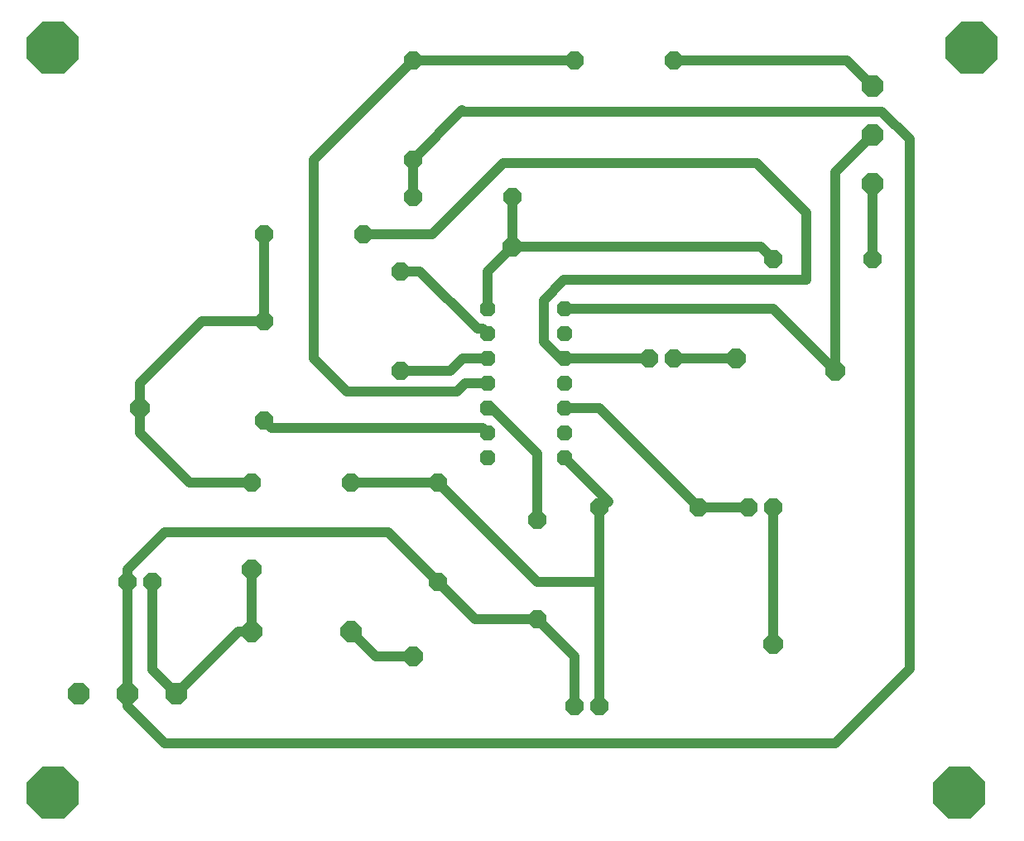
<source format=gbr>
G04 EAGLE Gerber RS-274X export*
G75*
%MOMM*%
%FSLAX34Y34*%
%LPD*%
%INTop Copper*%
%IPPOS*%
%AMOC8*
5,1,8,0,0,1.08239X$1,22.5*%
G01*
%ADD10P,1.979475X8X202.500000*%
%ADD11P,1.979475X8X22.500000*%
%ADD12P,2.309387X8X22.500000*%
%ADD13P,2.199416X8X22.500000*%
%ADD14P,1.979475X8X292.500000*%
%ADD15P,2.398576X8X22.500000*%
%ADD16P,1.979475X8X112.500000*%
%ADD17P,2.398576X8X112.500000*%
%ADD18P,1.732040X8X22.500000*%
%ADD19P,5.773468X8X22.500000*%
%ADD20C,1.016000*%


D10*
X596900Y88900D03*
X571500Y88900D03*
D11*
X647700Y444500D03*
X673100Y444500D03*
D10*
X774700Y292100D03*
X749300Y292100D03*
D11*
X114300Y215900D03*
X139700Y215900D03*
D12*
X342900Y165100D03*
X241300Y165100D03*
D13*
X736600Y444500D03*
X774700Y152400D03*
X508000Y558800D03*
X127000Y393700D03*
X241300Y228600D03*
D11*
X406400Y609600D03*
X508000Y609600D03*
X596900Y292100D03*
X698500Y292100D03*
D14*
X431800Y317500D03*
X431800Y215900D03*
D11*
X241300Y317500D03*
X342900Y317500D03*
D15*
X64300Y101600D03*
X114300Y101600D03*
X164300Y101600D03*
D16*
X406400Y647700D03*
X406400Y749300D03*
D10*
X876300Y546100D03*
X774700Y546100D03*
X673100Y749300D03*
X571500Y749300D03*
D14*
X393700Y533400D03*
X393700Y431800D03*
D17*
X876300Y623100D03*
X876300Y673100D03*
X876300Y723100D03*
D14*
X533400Y279400D03*
X533400Y177800D03*
D11*
X254000Y571500D03*
X355600Y571500D03*
D16*
X254000Y381000D03*
X254000Y482600D03*
D18*
X482600Y495300D03*
X482600Y469900D03*
X482600Y444500D03*
X482600Y419100D03*
X482600Y393700D03*
X482600Y368300D03*
X482600Y342900D03*
X561340Y342900D03*
X561340Y368300D03*
X561340Y393700D03*
X561340Y419100D03*
X561340Y444500D03*
X561340Y469900D03*
X561340Y495300D03*
D13*
X838200Y431800D03*
X406400Y139700D03*
D19*
X965200Y0D03*
X38100Y762000D03*
X977900Y762000D03*
X38100Y0D03*
D20*
X508000Y558800D02*
X762000Y558800D01*
X482600Y533400D02*
X482600Y495300D01*
X482600Y533400D02*
X508000Y558800D01*
X508000Y609600D01*
X762000Y558800D02*
X774700Y546100D01*
X533400Y177800D02*
X571500Y139700D01*
X114300Y101600D02*
X114300Y88900D01*
X469900Y177800D02*
X533400Y177800D01*
X469900Y177800D02*
X431800Y215900D01*
X406400Y609600D02*
X406400Y647700D01*
X886150Y696880D02*
X914400Y668630D01*
X458820Y696880D02*
X456729Y698029D01*
X406400Y647700D01*
X458820Y696880D02*
X886150Y696880D01*
X114300Y215900D02*
X114300Y101600D01*
X571500Y88900D02*
X571500Y139700D01*
X152400Y50800D02*
X114300Y88900D01*
X838200Y50800D02*
X914400Y127000D01*
X914400Y668630D01*
X838200Y50800D02*
X152400Y50800D01*
X381000Y266700D02*
X431800Y215900D01*
X381000Y266700D02*
X152400Y266700D01*
X114300Y228600D01*
X114300Y215900D01*
X876300Y546100D02*
X876300Y623100D01*
X850100Y749300D02*
X673100Y749300D01*
X850100Y749300D02*
X876300Y723100D01*
X482600Y469900D02*
X477901Y474599D01*
X413608Y533400D02*
X393700Y533400D01*
X413608Y533400D02*
X472409Y474599D01*
X477901Y474599D01*
X444500Y431800D02*
X393700Y431800D01*
X444500Y431800D02*
X457200Y444500D01*
X482600Y444500D01*
X482600Y393700D02*
X482981Y393319D01*
X486857Y393319D01*
X533400Y346776D01*
X533400Y279400D01*
X254000Y482600D02*
X254000Y571500D01*
X127000Y419100D02*
X127000Y393700D01*
X127000Y419100D02*
X190500Y482600D01*
X254000Y482600D01*
X127000Y368300D02*
X177800Y317500D01*
X127000Y368300D02*
X127000Y393700D01*
X177800Y317500D02*
X241300Y317500D01*
X561340Y444500D02*
X647700Y444500D01*
X809244Y524256D02*
X809244Y593248D01*
X561340Y444500D02*
X557464Y444500D01*
X758348Y644144D02*
X809244Y593248D01*
X758348Y644144D02*
X498952Y644144D01*
X540639Y461325D02*
X557464Y444500D01*
X426308Y571500D02*
X498952Y644144D01*
X426308Y571500D02*
X355600Y571500D01*
X540639Y503875D02*
X540639Y461325D01*
X540639Y503875D02*
X561020Y524256D01*
X809244Y524256D01*
X482600Y368300D02*
X477901Y372999D01*
X262001Y372999D02*
X254000Y381000D01*
X262001Y372999D02*
X477901Y372999D01*
X838200Y635000D02*
X876300Y673100D01*
X838200Y635000D02*
X838200Y431800D01*
X774700Y495300D01*
X561340Y495300D01*
X561340Y393700D02*
X596900Y393700D01*
X698500Y292100D01*
X749300Y292100D01*
X606893Y297347D02*
X561340Y342900D01*
X596900Y292100D02*
X606893Y297347D01*
X596900Y292100D02*
X596900Y215900D01*
X596900Y88900D01*
X431800Y317500D02*
X342900Y317500D01*
X431800Y317500D02*
X533400Y215900D01*
X596900Y215900D01*
X673100Y444500D02*
X736600Y444500D01*
X774700Y292100D02*
X774700Y152400D01*
X241300Y165100D02*
X227800Y165100D01*
X164300Y101600D01*
X241300Y165100D02*
X241300Y228600D01*
X139700Y126200D02*
X164300Y101600D01*
X139700Y126200D02*
X139700Y215900D01*
X368300Y139700D02*
X406400Y139700D01*
X368300Y139700D02*
X342900Y165100D01*
X406400Y749300D02*
X571500Y749300D01*
X482600Y419100D02*
X460537Y419100D01*
X451393Y409956D01*
X339344Y409956D01*
X304800Y444500D01*
X304800Y647700D01*
X406400Y749300D01*
M02*

</source>
